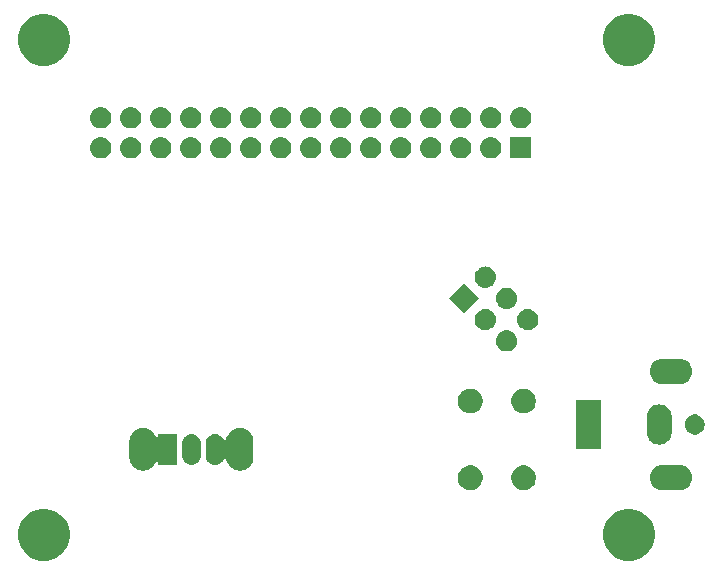
<source format=gbs>
G04 #@! TF.GenerationSoftware,KiCad,Pcbnew,(6.0.0-rc1-dev-1030-g80d50d98b)*
G04 #@! TF.CreationDate,2018-11-12T11:24:30-07:00*
G04 #@! TF.ProjectId,airmed_board_v1.0,6169726D65645F626F6172645F76312E,rev?*
G04 #@! TF.SameCoordinates,Original*
G04 #@! TF.FileFunction,Soldermask,Bot*
G04 #@! TF.FilePolarity,Negative*
%FSLAX46Y46*%
G04 Gerber Fmt 4.6, Leading zero omitted, Abs format (unit mm)*
G04 Created by KiCad (PCBNEW (6.0.0-rc1-dev-1030-g80d50d98b)) date Monday, November 12, 2018 at 11:24:30 AM*
%MOMM*%
%LPD*%
G01*
G04 APERTURE LIST*
%ADD10C,0.100000*%
G04 APERTURE END LIST*
D10*
G36*
X170902006Y-111763582D02*
X171302565Y-111929499D01*
X171663059Y-112170373D01*
X171969627Y-112476941D01*
X172210501Y-112837435D01*
X172376418Y-113237994D01*
X172461000Y-113663219D01*
X172461000Y-114096781D01*
X172376418Y-114522006D01*
X172210501Y-114922565D01*
X171969627Y-115283059D01*
X171663059Y-115589627D01*
X171302565Y-115830501D01*
X170902006Y-115996418D01*
X170476781Y-116081000D01*
X170043219Y-116081000D01*
X169617994Y-115996418D01*
X169217435Y-115830501D01*
X168856941Y-115589627D01*
X168550373Y-115283059D01*
X168309499Y-114922565D01*
X168143582Y-114522006D01*
X168059000Y-114096781D01*
X168059000Y-113663219D01*
X168143582Y-113237994D01*
X168309499Y-112837435D01*
X168550373Y-112476941D01*
X168856941Y-112170373D01*
X169217435Y-111929499D01*
X169617994Y-111763582D01*
X170043219Y-111679000D01*
X170476781Y-111679000D01*
X170902006Y-111763582D01*
X170902006Y-111763582D01*
G37*
G36*
X121372006Y-111763582D02*
X121772565Y-111929499D01*
X122133059Y-112170373D01*
X122439627Y-112476941D01*
X122680501Y-112837435D01*
X122846418Y-113237994D01*
X122931000Y-113663219D01*
X122931000Y-114096781D01*
X122846418Y-114522006D01*
X122680501Y-114922565D01*
X122439627Y-115283059D01*
X122133059Y-115589627D01*
X121772565Y-115830501D01*
X121372006Y-115996418D01*
X120946781Y-116081000D01*
X120513219Y-116081000D01*
X120087994Y-115996418D01*
X119687435Y-115830501D01*
X119326941Y-115589627D01*
X119020373Y-115283059D01*
X118779499Y-114922565D01*
X118613582Y-114522006D01*
X118529000Y-114096781D01*
X118529000Y-113663219D01*
X118613582Y-113237994D01*
X118779499Y-112837435D01*
X119020373Y-112476941D01*
X119326941Y-112170373D01*
X119687435Y-111929499D01*
X120087994Y-111763582D01*
X120513219Y-111679000D01*
X120946781Y-111679000D01*
X121372006Y-111763582D01*
X121372006Y-111763582D01*
G37*
G36*
X157155365Y-108043389D02*
X157346634Y-108122615D01*
X157518776Y-108237637D01*
X157665163Y-108384024D01*
X157780185Y-108556166D01*
X157859411Y-108747435D01*
X157899800Y-108950484D01*
X157899800Y-109157516D01*
X157859411Y-109360565D01*
X157780185Y-109551834D01*
X157665163Y-109723976D01*
X157518776Y-109870363D01*
X157346634Y-109985385D01*
X157155365Y-110064611D01*
X156952316Y-110105000D01*
X156745284Y-110105000D01*
X156542235Y-110064611D01*
X156350966Y-109985385D01*
X156178824Y-109870363D01*
X156032437Y-109723976D01*
X155917415Y-109551834D01*
X155838189Y-109360565D01*
X155797800Y-109157516D01*
X155797800Y-108950484D01*
X155838189Y-108747435D01*
X155917415Y-108556166D01*
X156032437Y-108384024D01*
X156178824Y-108237637D01*
X156350966Y-108122615D01*
X156542235Y-108043389D01*
X156745284Y-108003000D01*
X156952316Y-108003000D01*
X157155365Y-108043389D01*
X157155365Y-108043389D01*
G37*
G36*
X161655365Y-108043389D02*
X161846634Y-108122615D01*
X162018776Y-108237637D01*
X162165163Y-108384024D01*
X162280185Y-108556166D01*
X162359411Y-108747435D01*
X162399800Y-108950484D01*
X162399800Y-109157516D01*
X162359411Y-109360565D01*
X162280185Y-109551834D01*
X162165163Y-109723976D01*
X162018776Y-109870363D01*
X161846634Y-109985385D01*
X161655365Y-110064611D01*
X161452316Y-110105000D01*
X161245284Y-110105000D01*
X161042235Y-110064611D01*
X160850966Y-109985385D01*
X160678824Y-109870363D01*
X160532437Y-109723976D01*
X160417415Y-109551834D01*
X160338189Y-109360565D01*
X160297800Y-109157516D01*
X160297800Y-108950484D01*
X160338189Y-108747435D01*
X160417415Y-108556166D01*
X160532437Y-108384024D01*
X160678824Y-108237637D01*
X160850966Y-108122615D01*
X161042235Y-108043389D01*
X161245284Y-108003000D01*
X161452316Y-108003000D01*
X161655365Y-108043389D01*
X161655365Y-108043389D01*
G37*
G36*
X174663510Y-107997541D02*
X174787032Y-108009707D01*
X174985146Y-108069805D01*
X175167729Y-108167397D01*
X175327765Y-108298735D01*
X175459103Y-108458771D01*
X175556695Y-108641354D01*
X175616793Y-108839468D01*
X175637085Y-109045500D01*
X175616793Y-109251532D01*
X175556695Y-109449646D01*
X175459103Y-109632229D01*
X175327765Y-109792265D01*
X175167729Y-109923603D01*
X174985146Y-110021195D01*
X174787032Y-110081293D01*
X174663510Y-110093459D01*
X174632631Y-110096500D01*
X173029369Y-110096500D01*
X172998490Y-110093459D01*
X172874968Y-110081293D01*
X172676854Y-110021195D01*
X172494271Y-109923603D01*
X172334235Y-109792265D01*
X172202897Y-109632229D01*
X172105305Y-109449646D01*
X172045207Y-109251532D01*
X172024915Y-109045500D01*
X172045207Y-108839468D01*
X172105305Y-108641354D01*
X172202897Y-108458771D01*
X172334235Y-108298735D01*
X172494271Y-108167397D01*
X172676854Y-108069805D01*
X172874968Y-108009707D01*
X172998490Y-107997541D01*
X173029369Y-107994500D01*
X174632631Y-107994500D01*
X174663510Y-107997541D01*
X174663510Y-107997541D01*
G37*
G36*
X137558534Y-104869354D02*
X137775499Y-104935170D01*
X137775501Y-104935171D01*
X137775504Y-104935172D01*
X137975455Y-105042047D01*
X138150718Y-105185882D01*
X138294553Y-105361144D01*
X138401428Y-105561095D01*
X138401428Y-105561096D01*
X138401430Y-105561100D01*
X138467246Y-105778065D01*
X138483900Y-105947157D01*
X138483900Y-107360243D01*
X138467246Y-107529335D01*
X138407660Y-107725762D01*
X138401428Y-107746305D01*
X138294553Y-107946256D01*
X138150718Y-108121518D01*
X137975456Y-108265353D01*
X137775505Y-108372228D01*
X137775502Y-108372229D01*
X137775500Y-108372230D01*
X137558535Y-108438046D01*
X137332900Y-108460269D01*
X137107266Y-108438046D01*
X136890301Y-108372230D01*
X136890299Y-108372229D01*
X136890296Y-108372228D01*
X136690345Y-108265353D01*
X136515083Y-108121518D01*
X136371249Y-107946257D01*
X136264371Y-107746302D01*
X136257252Y-107722833D01*
X136198554Y-107529335D01*
X136197911Y-107527215D01*
X136193991Y-107507503D01*
X136184613Y-107484864D01*
X136171000Y-107464489D01*
X136153672Y-107447162D01*
X136133298Y-107433548D01*
X136110659Y-107424171D01*
X136086626Y-107419390D01*
X136062121Y-107419390D01*
X136038088Y-107424170D01*
X136015449Y-107433548D01*
X135995074Y-107447161D01*
X135977747Y-107464489D01*
X135964133Y-107484864D01*
X135902130Y-107600865D01*
X135802033Y-107722833D01*
X135680065Y-107822930D01*
X135540912Y-107897308D01*
X135389925Y-107943110D01*
X135232900Y-107958575D01*
X135075876Y-107943110D01*
X134924889Y-107897308D01*
X134785736Y-107822930D01*
X134663768Y-107722833D01*
X134563671Y-107600865D01*
X134489293Y-107461712D01*
X134443491Y-107310725D01*
X134431901Y-107193046D01*
X134431900Y-106114355D01*
X134443490Y-105996676D01*
X134489292Y-105845689D01*
X134563668Y-105706539D01*
X134613719Y-105645552D01*
X134663767Y-105584567D01*
X134663769Y-105584566D01*
X134663770Y-105584564D01*
X134785735Y-105484470D01*
X134924888Y-105410092D01*
X135075875Y-105364290D01*
X135232900Y-105348825D01*
X135389924Y-105364290D01*
X135540911Y-105410092D01*
X135680061Y-105484468D01*
X135705691Y-105505502D01*
X135802033Y-105584567D01*
X135802034Y-105584569D01*
X135802036Y-105584570D01*
X135902130Y-105706535D01*
X135964133Y-105822536D01*
X135977746Y-105842911D01*
X135995074Y-105860238D01*
X136015448Y-105873852D01*
X136038087Y-105883229D01*
X136062120Y-105888010D01*
X136086625Y-105888010D01*
X136110658Y-105883230D01*
X136133297Y-105873852D01*
X136153672Y-105860239D01*
X136170999Y-105842911D01*
X136184613Y-105822537D01*
X136193990Y-105799898D01*
X136197911Y-105780188D01*
X136198554Y-105778068D01*
X136198554Y-105778066D01*
X136264370Y-105561101D01*
X136264371Y-105561099D01*
X136264372Y-105561096D01*
X136371247Y-105361145D01*
X136515082Y-105185882D01*
X136690344Y-105042047D01*
X136890295Y-104935172D01*
X136890298Y-104935171D01*
X136890300Y-104935170D01*
X137107265Y-104869354D01*
X137332900Y-104847131D01*
X137558534Y-104869354D01*
X137558534Y-104869354D01*
G37*
G36*
X129358534Y-104869354D02*
X129575499Y-104935170D01*
X129575501Y-104935171D01*
X129575504Y-104935172D01*
X129775455Y-105042047D01*
X129950718Y-105185882D01*
X130094553Y-105361144D01*
X130196660Y-105552174D01*
X130210274Y-105572549D01*
X130227601Y-105589876D01*
X130247975Y-105603490D01*
X130270614Y-105612867D01*
X130294648Y-105617648D01*
X130319152Y-105617648D01*
X130343185Y-105612868D01*
X130365824Y-105603490D01*
X130386199Y-105589876D01*
X130403526Y-105572549D01*
X130417140Y-105552175D01*
X130426517Y-105529536D01*
X130431298Y-105505502D01*
X130431900Y-105493250D01*
X130431900Y-105352700D01*
X132033900Y-105352700D01*
X132033900Y-107954700D01*
X130431900Y-107954700D01*
X130431900Y-107814150D01*
X130429498Y-107789764D01*
X130422385Y-107766315D01*
X130410834Y-107744704D01*
X130395288Y-107725762D01*
X130376346Y-107710216D01*
X130354735Y-107698665D01*
X130331286Y-107691552D01*
X130306900Y-107689150D01*
X130282514Y-107691552D01*
X130259065Y-107698665D01*
X130237454Y-107710216D01*
X130218512Y-107725762D01*
X130202966Y-107744704D01*
X130196660Y-107755226D01*
X130094553Y-107946256D01*
X129950718Y-108121518D01*
X129775456Y-108265353D01*
X129575505Y-108372228D01*
X129575502Y-108372229D01*
X129575500Y-108372230D01*
X129358535Y-108438046D01*
X129132900Y-108460269D01*
X128907266Y-108438046D01*
X128690301Y-108372230D01*
X128690299Y-108372229D01*
X128690296Y-108372228D01*
X128490345Y-108265353D01*
X128315083Y-108121518D01*
X128171249Y-107946257D01*
X128064371Y-107746302D01*
X128058140Y-107725762D01*
X127998554Y-107529335D01*
X127981900Y-107360243D01*
X127981900Y-105947158D01*
X127998554Y-105778066D01*
X128064370Y-105561101D01*
X128064371Y-105561099D01*
X128064372Y-105561096D01*
X128171247Y-105361145D01*
X128315082Y-105185882D01*
X128490344Y-105042047D01*
X128690295Y-104935172D01*
X128690298Y-104935171D01*
X128690300Y-104935170D01*
X128907265Y-104869354D01*
X129132900Y-104847131D01*
X129358534Y-104869354D01*
X129358534Y-104869354D01*
G37*
G36*
X133389924Y-105364290D02*
X133540911Y-105410092D01*
X133680061Y-105484468D01*
X133705691Y-105505502D01*
X133802033Y-105584567D01*
X133802034Y-105584569D01*
X133802036Y-105584570D01*
X133902130Y-105706535D01*
X133976508Y-105845688D01*
X134022310Y-105996675D01*
X134033900Y-106114354D01*
X134033900Y-107193046D01*
X134022310Y-107310725D01*
X133976508Y-107461712D01*
X133902130Y-107600865D01*
X133802033Y-107722833D01*
X133680065Y-107822930D01*
X133540912Y-107897308D01*
X133389925Y-107943110D01*
X133232900Y-107958575D01*
X133075876Y-107943110D01*
X132924889Y-107897308D01*
X132785736Y-107822930D01*
X132663768Y-107722833D01*
X132563671Y-107600865D01*
X132489293Y-107461712D01*
X132443491Y-107310725D01*
X132431901Y-107193046D01*
X132431900Y-106114355D01*
X132443490Y-105996676D01*
X132489292Y-105845689D01*
X132563668Y-105706539D01*
X132613719Y-105645552D01*
X132663767Y-105584567D01*
X132663769Y-105584566D01*
X132663770Y-105584564D01*
X132785735Y-105484470D01*
X132924888Y-105410092D01*
X133075875Y-105364290D01*
X133232900Y-105348825D01*
X133389924Y-105364290D01*
X133389924Y-105364290D01*
G37*
G36*
X167882000Y-106596500D02*
X165780000Y-106596500D01*
X165780000Y-102494500D01*
X167882000Y-102494500D01*
X167882000Y-106596500D01*
X167882000Y-106596500D01*
G37*
G36*
X173037031Y-102859707D02*
X173235145Y-102919805D01*
X173417729Y-103017397D01*
X173577765Y-103148735D01*
X173577766Y-103148737D01*
X173577768Y-103148738D01*
X173639511Y-103223973D01*
X173709103Y-103308771D01*
X173806695Y-103491354D01*
X173866793Y-103689468D01*
X173882000Y-103843870D01*
X173882000Y-105247130D01*
X173866793Y-105401532D01*
X173806695Y-105599646D01*
X173709103Y-105782229D01*
X173577765Y-105942265D01*
X173417729Y-106073603D01*
X173235146Y-106171195D01*
X173037032Y-106231293D01*
X172831000Y-106251585D01*
X172624969Y-106231293D01*
X172426855Y-106171195D01*
X172244272Y-106073603D01*
X172084236Y-105942265D01*
X172002698Y-105842911D01*
X171952899Y-105782231D01*
X171855306Y-105599648D01*
X171795207Y-105401528D01*
X171780000Y-105247131D01*
X171780000Y-103843870D01*
X171785172Y-103791354D01*
X171795207Y-103689469D01*
X171855305Y-103491355D01*
X171858497Y-103485384D01*
X171919976Y-103370363D01*
X171952897Y-103308771D01*
X172084235Y-103148735D01*
X172084237Y-103148734D01*
X172084238Y-103148732D01*
X172244269Y-103017399D01*
X172244271Y-103017397D01*
X172426854Y-102919805D01*
X172624968Y-102859707D01*
X172831000Y-102839415D01*
X173037031Y-102859707D01*
X173037031Y-102859707D01*
G37*
G36*
X176079228Y-103727203D02*
X176234100Y-103791353D01*
X176373481Y-103884485D01*
X176492015Y-104003019D01*
X176585147Y-104142400D01*
X176649297Y-104297272D01*
X176682000Y-104461684D01*
X176682000Y-104629316D01*
X176649297Y-104793728D01*
X176585147Y-104948600D01*
X176492015Y-105087981D01*
X176373481Y-105206515D01*
X176234100Y-105299647D01*
X176079228Y-105363797D01*
X175914816Y-105396500D01*
X175747184Y-105396500D01*
X175582772Y-105363797D01*
X175427900Y-105299647D01*
X175288519Y-105206515D01*
X175169985Y-105087981D01*
X175076853Y-104948600D01*
X175012703Y-104793728D01*
X174980000Y-104629316D01*
X174980000Y-104461684D01*
X175012703Y-104297272D01*
X175076853Y-104142400D01*
X175169985Y-104003019D01*
X175288519Y-103884485D01*
X175427900Y-103791353D01*
X175582772Y-103727203D01*
X175747184Y-103694500D01*
X175914816Y-103694500D01*
X176079228Y-103727203D01*
X176079228Y-103727203D01*
G37*
G36*
X161655365Y-101543389D02*
X161846634Y-101622615D01*
X162018776Y-101737637D01*
X162165163Y-101884024D01*
X162280185Y-102056166D01*
X162359411Y-102247435D01*
X162399800Y-102450484D01*
X162399800Y-102657516D01*
X162359411Y-102860565D01*
X162280185Y-103051834D01*
X162165163Y-103223976D01*
X162018776Y-103370363D01*
X161846634Y-103485385D01*
X161655365Y-103564611D01*
X161452316Y-103605000D01*
X161245284Y-103605000D01*
X161042235Y-103564611D01*
X160850966Y-103485385D01*
X160678824Y-103370363D01*
X160532437Y-103223976D01*
X160417415Y-103051834D01*
X160338189Y-102860565D01*
X160297800Y-102657516D01*
X160297800Y-102450484D01*
X160338189Y-102247435D01*
X160417415Y-102056166D01*
X160532437Y-101884024D01*
X160678824Y-101737637D01*
X160850966Y-101622615D01*
X161042235Y-101543389D01*
X161245284Y-101503000D01*
X161452316Y-101503000D01*
X161655365Y-101543389D01*
X161655365Y-101543389D01*
G37*
G36*
X157155365Y-101543389D02*
X157346634Y-101622615D01*
X157518776Y-101737637D01*
X157665163Y-101884024D01*
X157780185Y-102056166D01*
X157859411Y-102247435D01*
X157899800Y-102450484D01*
X157899800Y-102657516D01*
X157859411Y-102860565D01*
X157780185Y-103051834D01*
X157665163Y-103223976D01*
X157518776Y-103370363D01*
X157346634Y-103485385D01*
X157155365Y-103564611D01*
X156952316Y-103605000D01*
X156745284Y-103605000D01*
X156542235Y-103564611D01*
X156350966Y-103485385D01*
X156178824Y-103370363D01*
X156032437Y-103223976D01*
X155917415Y-103051834D01*
X155838189Y-102860565D01*
X155797800Y-102657516D01*
X155797800Y-102450484D01*
X155838189Y-102247435D01*
X155917415Y-102056166D01*
X156032437Y-101884024D01*
X156178824Y-101737637D01*
X156350966Y-101622615D01*
X156542235Y-101543389D01*
X156745284Y-101503000D01*
X156952316Y-101503000D01*
X157155365Y-101543389D01*
X157155365Y-101543389D01*
G37*
G36*
X174663510Y-98997541D02*
X174787032Y-99009707D01*
X174985146Y-99069805D01*
X175167729Y-99167397D01*
X175327765Y-99298735D01*
X175459103Y-99458771D01*
X175556695Y-99641354D01*
X175616793Y-99839468D01*
X175637085Y-100045500D01*
X175616793Y-100251532D01*
X175556695Y-100449646D01*
X175459103Y-100632229D01*
X175327765Y-100792265D01*
X175167729Y-100923603D01*
X174985146Y-101021195D01*
X174787032Y-101081293D01*
X174663510Y-101093459D01*
X174632631Y-101096500D01*
X173029369Y-101096500D01*
X172998490Y-101093459D01*
X172874968Y-101081293D01*
X172676854Y-101021195D01*
X172494271Y-100923603D01*
X172334235Y-100792265D01*
X172202897Y-100632229D01*
X172105305Y-100449646D01*
X172045207Y-100251532D01*
X172024915Y-100045500D01*
X172045207Y-99839468D01*
X172105305Y-99641354D01*
X172202897Y-99458771D01*
X172334235Y-99298735D01*
X172494271Y-99167397D01*
X172676854Y-99069805D01*
X172874968Y-99009707D01*
X172998490Y-98997541D01*
X173029369Y-98994500D01*
X174632631Y-98994500D01*
X174663510Y-98997541D01*
X174663510Y-98997541D01*
G37*
G36*
X160012162Y-96561851D02*
X160084129Y-96568939D01*
X160197355Y-96603286D01*
X160253969Y-96620459D01*
X160392589Y-96694554D01*
X160410493Y-96704124D01*
X160446231Y-96733454D01*
X160547688Y-96816716D01*
X160630950Y-96918173D01*
X160660280Y-96953911D01*
X160660281Y-96953913D01*
X160743945Y-97110435D01*
X160743945Y-97110436D01*
X160795465Y-97280275D01*
X160812861Y-97456902D01*
X160795465Y-97633529D01*
X160761118Y-97746755D01*
X160743945Y-97803369D01*
X160669850Y-97941989D01*
X160660280Y-97959893D01*
X160630950Y-97995631D01*
X160547688Y-98097088D01*
X160446231Y-98180350D01*
X160410493Y-98209680D01*
X160410491Y-98209681D01*
X160253969Y-98293345D01*
X160197355Y-98310518D01*
X160084129Y-98344865D01*
X160017944Y-98351384D01*
X159951762Y-98357902D01*
X159863242Y-98357902D01*
X159797060Y-98351384D01*
X159730875Y-98344865D01*
X159617649Y-98310518D01*
X159561035Y-98293345D01*
X159404513Y-98209681D01*
X159404511Y-98209680D01*
X159368773Y-98180350D01*
X159267316Y-98097088D01*
X159184054Y-97995631D01*
X159154724Y-97959893D01*
X159145154Y-97941989D01*
X159071059Y-97803369D01*
X159053886Y-97746755D01*
X159019539Y-97633529D01*
X159002143Y-97456902D01*
X159019539Y-97280275D01*
X159071059Y-97110436D01*
X159071059Y-97110435D01*
X159154723Y-96953913D01*
X159154724Y-96953911D01*
X159184054Y-96918173D01*
X159267316Y-96816716D01*
X159368773Y-96733454D01*
X159404511Y-96704124D01*
X159422415Y-96694554D01*
X159561035Y-96620459D01*
X159617649Y-96603286D01*
X159730875Y-96568939D01*
X159802842Y-96561851D01*
X159863242Y-96555902D01*
X159951762Y-96555902D01*
X160012162Y-96561851D01*
X160012162Y-96561851D01*
G37*
G36*
X161808214Y-94765800D02*
X161880181Y-94772888D01*
X161993407Y-94807235D01*
X162050021Y-94824408D01*
X162188641Y-94898503D01*
X162206545Y-94908073D01*
X162242283Y-94937403D01*
X162343740Y-95020665D01*
X162427002Y-95122122D01*
X162456332Y-95157860D01*
X162456333Y-95157862D01*
X162539997Y-95314384D01*
X162539997Y-95314385D01*
X162591517Y-95484224D01*
X162608913Y-95660851D01*
X162591517Y-95837478D01*
X162557170Y-95950704D01*
X162539997Y-96007318D01*
X162465902Y-96145938D01*
X162456332Y-96163842D01*
X162427002Y-96199580D01*
X162343740Y-96301037D01*
X162242283Y-96384299D01*
X162206545Y-96413629D01*
X162206543Y-96413630D01*
X162050021Y-96497294D01*
X161993407Y-96514467D01*
X161880181Y-96548814D01*
X161813997Y-96555332D01*
X161747814Y-96561851D01*
X161659294Y-96561851D01*
X161593111Y-96555332D01*
X161526927Y-96548814D01*
X161413701Y-96514467D01*
X161357087Y-96497294D01*
X161200565Y-96413630D01*
X161200563Y-96413629D01*
X161164825Y-96384299D01*
X161063368Y-96301037D01*
X160980106Y-96199580D01*
X160950776Y-96163842D01*
X160941206Y-96145938D01*
X160867111Y-96007318D01*
X160849938Y-95950704D01*
X160815591Y-95837478D01*
X160798195Y-95660851D01*
X160815591Y-95484224D01*
X160867111Y-95314385D01*
X160867111Y-95314384D01*
X160950775Y-95157862D01*
X160950776Y-95157860D01*
X160980106Y-95122122D01*
X161063368Y-95020665D01*
X161164825Y-94937403D01*
X161200563Y-94908073D01*
X161218467Y-94898503D01*
X161357087Y-94824408D01*
X161413701Y-94807235D01*
X161526927Y-94772888D01*
X161598894Y-94765800D01*
X161659294Y-94759851D01*
X161747814Y-94759851D01*
X161808214Y-94765800D01*
X161808214Y-94765800D01*
G37*
G36*
X158216111Y-94765800D02*
X158288078Y-94772888D01*
X158401304Y-94807235D01*
X158457918Y-94824408D01*
X158596538Y-94898503D01*
X158614442Y-94908073D01*
X158650180Y-94937403D01*
X158751637Y-95020665D01*
X158834899Y-95122122D01*
X158864229Y-95157860D01*
X158864230Y-95157862D01*
X158947894Y-95314384D01*
X158947894Y-95314385D01*
X158999414Y-95484224D01*
X159016810Y-95660851D01*
X158999414Y-95837478D01*
X158965067Y-95950704D01*
X158947894Y-96007318D01*
X158873799Y-96145938D01*
X158864229Y-96163842D01*
X158834899Y-96199580D01*
X158751637Y-96301037D01*
X158650180Y-96384299D01*
X158614442Y-96413629D01*
X158614440Y-96413630D01*
X158457918Y-96497294D01*
X158401304Y-96514467D01*
X158288078Y-96548814D01*
X158221894Y-96555332D01*
X158155711Y-96561851D01*
X158067191Y-96561851D01*
X158001008Y-96555332D01*
X157934824Y-96548814D01*
X157821598Y-96514467D01*
X157764984Y-96497294D01*
X157608462Y-96413630D01*
X157608460Y-96413629D01*
X157572722Y-96384299D01*
X157471265Y-96301037D01*
X157388003Y-96199580D01*
X157358673Y-96163842D01*
X157349103Y-96145938D01*
X157275008Y-96007318D01*
X157257835Y-95950704D01*
X157223488Y-95837478D01*
X157206092Y-95660851D01*
X157223488Y-95484224D01*
X157275008Y-95314385D01*
X157275008Y-95314384D01*
X157358672Y-95157862D01*
X157358673Y-95157860D01*
X157388003Y-95122122D01*
X157471265Y-95020665D01*
X157572722Y-94937403D01*
X157608460Y-94908073D01*
X157626364Y-94898503D01*
X157764984Y-94824408D01*
X157821598Y-94807235D01*
X157934824Y-94772888D01*
X158006791Y-94765800D01*
X158067191Y-94759851D01*
X158155711Y-94759851D01*
X158216111Y-94765800D01*
X158216111Y-94765800D01*
G37*
G36*
X157589607Y-93864800D02*
X156315400Y-95139007D01*
X155041193Y-93864800D01*
X156315400Y-92590593D01*
X157589607Y-93864800D01*
X157589607Y-93864800D01*
G37*
G36*
X160012162Y-92969749D02*
X160084129Y-92976837D01*
X160197355Y-93011184D01*
X160253969Y-93028357D01*
X160392589Y-93102452D01*
X160410493Y-93112022D01*
X160446231Y-93141352D01*
X160547688Y-93224614D01*
X160630950Y-93326071D01*
X160660280Y-93361809D01*
X160660281Y-93361811D01*
X160743945Y-93518333D01*
X160743945Y-93518334D01*
X160795465Y-93688173D01*
X160812861Y-93864800D01*
X160795465Y-94041427D01*
X160761118Y-94154653D01*
X160743945Y-94211267D01*
X160669850Y-94349887D01*
X160660280Y-94367791D01*
X160630950Y-94403529D01*
X160547688Y-94504986D01*
X160446231Y-94588248D01*
X160410493Y-94617578D01*
X160410491Y-94617579D01*
X160253969Y-94701243D01*
X160197355Y-94718416D01*
X160084129Y-94752763D01*
X160017944Y-94759282D01*
X159951762Y-94765800D01*
X159863242Y-94765800D01*
X159797060Y-94759282D01*
X159730875Y-94752763D01*
X159617649Y-94718416D01*
X159561035Y-94701243D01*
X159404513Y-94617579D01*
X159404511Y-94617578D01*
X159368773Y-94588248D01*
X159267316Y-94504986D01*
X159184054Y-94403529D01*
X159154724Y-94367791D01*
X159145154Y-94349887D01*
X159071059Y-94211267D01*
X159053886Y-94154653D01*
X159019539Y-94041427D01*
X159002143Y-93864800D01*
X159019539Y-93688173D01*
X159071059Y-93518334D01*
X159071059Y-93518333D01*
X159154723Y-93361811D01*
X159154724Y-93361809D01*
X159184054Y-93326071D01*
X159267316Y-93224614D01*
X159368773Y-93141352D01*
X159404511Y-93112022D01*
X159422415Y-93102452D01*
X159561035Y-93028357D01*
X159617649Y-93011184D01*
X159730875Y-92976837D01*
X159802842Y-92969749D01*
X159863242Y-92963800D01*
X159951762Y-92963800D01*
X160012162Y-92969749D01*
X160012162Y-92969749D01*
G37*
G36*
X158221893Y-91174267D02*
X158288078Y-91180786D01*
X158401304Y-91215133D01*
X158457918Y-91232306D01*
X158596538Y-91306401D01*
X158614442Y-91315971D01*
X158650180Y-91345301D01*
X158751637Y-91428563D01*
X158834899Y-91530020D01*
X158864229Y-91565758D01*
X158864230Y-91565760D01*
X158947894Y-91722282D01*
X158947894Y-91722283D01*
X158999414Y-91892122D01*
X159016810Y-92068749D01*
X158999414Y-92245376D01*
X158965067Y-92358602D01*
X158947894Y-92415216D01*
X158873799Y-92553836D01*
X158864229Y-92571740D01*
X158848756Y-92590594D01*
X158751637Y-92708935D01*
X158650180Y-92792197D01*
X158614442Y-92821527D01*
X158614440Y-92821528D01*
X158457918Y-92905192D01*
X158401304Y-92922365D01*
X158288078Y-92956712D01*
X158221893Y-92963231D01*
X158155711Y-92969749D01*
X158067191Y-92969749D01*
X158001008Y-92963230D01*
X157934824Y-92956712D01*
X157821598Y-92922365D01*
X157764984Y-92905192D01*
X157608462Y-92821528D01*
X157608460Y-92821527D01*
X157572722Y-92792197D01*
X157471265Y-92708935D01*
X157374146Y-92590594D01*
X157358673Y-92571740D01*
X157349103Y-92553836D01*
X157275008Y-92415216D01*
X157257835Y-92358602D01*
X157223488Y-92245376D01*
X157206092Y-92068749D01*
X157223488Y-91892122D01*
X157275008Y-91722283D01*
X157275008Y-91722282D01*
X157358672Y-91565760D01*
X157358673Y-91565758D01*
X157388003Y-91530020D01*
X157471265Y-91428563D01*
X157572722Y-91345301D01*
X157608460Y-91315971D01*
X157626364Y-91306401D01*
X157764984Y-91232306D01*
X157821598Y-91215133D01*
X157934824Y-91180786D01*
X158001008Y-91174268D01*
X158067191Y-91167749D01*
X158155711Y-91167749D01*
X158221893Y-91174267D01*
X158221893Y-91174267D01*
G37*
G36*
X143446443Y-80219519D02*
X143512627Y-80226037D01*
X143625853Y-80260384D01*
X143682467Y-80277557D01*
X143821087Y-80351652D01*
X143838991Y-80361222D01*
X143874729Y-80390552D01*
X143976186Y-80473814D01*
X144059448Y-80575271D01*
X144088778Y-80611009D01*
X144088779Y-80611011D01*
X144172443Y-80767533D01*
X144172443Y-80767534D01*
X144223963Y-80937373D01*
X144241359Y-81114000D01*
X144223963Y-81290627D01*
X144189616Y-81403853D01*
X144172443Y-81460467D01*
X144098348Y-81599087D01*
X144088778Y-81616991D01*
X144059448Y-81652729D01*
X143976186Y-81754186D01*
X143874729Y-81837448D01*
X143838991Y-81866778D01*
X143838989Y-81866779D01*
X143682467Y-81950443D01*
X143625853Y-81967616D01*
X143512627Y-82001963D01*
X143446442Y-82008482D01*
X143380260Y-82015000D01*
X143291740Y-82015000D01*
X143225558Y-82008482D01*
X143159373Y-82001963D01*
X143046147Y-81967616D01*
X142989533Y-81950443D01*
X142833011Y-81866779D01*
X142833009Y-81866778D01*
X142797271Y-81837448D01*
X142695814Y-81754186D01*
X142612552Y-81652729D01*
X142583222Y-81616991D01*
X142573652Y-81599087D01*
X142499557Y-81460467D01*
X142482384Y-81403853D01*
X142448037Y-81290627D01*
X142430641Y-81114000D01*
X142448037Y-80937373D01*
X142499557Y-80767534D01*
X142499557Y-80767533D01*
X142583221Y-80611011D01*
X142583222Y-80611009D01*
X142612552Y-80575271D01*
X142695814Y-80473814D01*
X142797271Y-80390552D01*
X142833009Y-80361222D01*
X142850913Y-80351652D01*
X142989533Y-80277557D01*
X143046147Y-80260384D01*
X143159373Y-80226037D01*
X143225557Y-80219519D01*
X143291740Y-80213000D01*
X143380260Y-80213000D01*
X143446443Y-80219519D01*
X143446443Y-80219519D01*
G37*
G36*
X162017000Y-82015000D02*
X160215000Y-82015000D01*
X160215000Y-80213000D01*
X162017000Y-80213000D01*
X162017000Y-82015000D01*
X162017000Y-82015000D01*
G37*
G36*
X158686443Y-80219519D02*
X158752627Y-80226037D01*
X158865853Y-80260384D01*
X158922467Y-80277557D01*
X159061087Y-80351652D01*
X159078991Y-80361222D01*
X159114729Y-80390552D01*
X159216186Y-80473814D01*
X159299448Y-80575271D01*
X159328778Y-80611009D01*
X159328779Y-80611011D01*
X159412443Y-80767533D01*
X159412443Y-80767534D01*
X159463963Y-80937373D01*
X159481359Y-81114000D01*
X159463963Y-81290627D01*
X159429616Y-81403853D01*
X159412443Y-81460467D01*
X159338348Y-81599087D01*
X159328778Y-81616991D01*
X159299448Y-81652729D01*
X159216186Y-81754186D01*
X159114729Y-81837448D01*
X159078991Y-81866778D01*
X159078989Y-81866779D01*
X158922467Y-81950443D01*
X158865853Y-81967616D01*
X158752627Y-82001963D01*
X158686442Y-82008482D01*
X158620260Y-82015000D01*
X158531740Y-82015000D01*
X158465558Y-82008482D01*
X158399373Y-82001963D01*
X158286147Y-81967616D01*
X158229533Y-81950443D01*
X158073011Y-81866779D01*
X158073009Y-81866778D01*
X158037271Y-81837448D01*
X157935814Y-81754186D01*
X157852552Y-81652729D01*
X157823222Y-81616991D01*
X157813652Y-81599087D01*
X157739557Y-81460467D01*
X157722384Y-81403853D01*
X157688037Y-81290627D01*
X157670641Y-81114000D01*
X157688037Y-80937373D01*
X157739557Y-80767534D01*
X157739557Y-80767533D01*
X157823221Y-80611011D01*
X157823222Y-80611009D01*
X157852552Y-80575271D01*
X157935814Y-80473814D01*
X158037271Y-80390552D01*
X158073009Y-80361222D01*
X158090913Y-80351652D01*
X158229533Y-80277557D01*
X158286147Y-80260384D01*
X158399373Y-80226037D01*
X158465557Y-80219519D01*
X158531740Y-80213000D01*
X158620260Y-80213000D01*
X158686443Y-80219519D01*
X158686443Y-80219519D01*
G37*
G36*
X156146443Y-80219519D02*
X156212627Y-80226037D01*
X156325853Y-80260384D01*
X156382467Y-80277557D01*
X156521087Y-80351652D01*
X156538991Y-80361222D01*
X156574729Y-80390552D01*
X156676186Y-80473814D01*
X156759448Y-80575271D01*
X156788778Y-80611009D01*
X156788779Y-80611011D01*
X156872443Y-80767533D01*
X156872443Y-80767534D01*
X156923963Y-80937373D01*
X156941359Y-81114000D01*
X156923963Y-81290627D01*
X156889616Y-81403853D01*
X156872443Y-81460467D01*
X156798348Y-81599087D01*
X156788778Y-81616991D01*
X156759448Y-81652729D01*
X156676186Y-81754186D01*
X156574729Y-81837448D01*
X156538991Y-81866778D01*
X156538989Y-81866779D01*
X156382467Y-81950443D01*
X156325853Y-81967616D01*
X156212627Y-82001963D01*
X156146442Y-82008482D01*
X156080260Y-82015000D01*
X155991740Y-82015000D01*
X155925558Y-82008482D01*
X155859373Y-82001963D01*
X155746147Y-81967616D01*
X155689533Y-81950443D01*
X155533011Y-81866779D01*
X155533009Y-81866778D01*
X155497271Y-81837448D01*
X155395814Y-81754186D01*
X155312552Y-81652729D01*
X155283222Y-81616991D01*
X155273652Y-81599087D01*
X155199557Y-81460467D01*
X155182384Y-81403853D01*
X155148037Y-81290627D01*
X155130641Y-81114000D01*
X155148037Y-80937373D01*
X155199557Y-80767534D01*
X155199557Y-80767533D01*
X155283221Y-80611011D01*
X155283222Y-80611009D01*
X155312552Y-80575271D01*
X155395814Y-80473814D01*
X155497271Y-80390552D01*
X155533009Y-80361222D01*
X155550913Y-80351652D01*
X155689533Y-80277557D01*
X155746147Y-80260384D01*
X155859373Y-80226037D01*
X155925557Y-80219519D01*
X155991740Y-80213000D01*
X156080260Y-80213000D01*
X156146443Y-80219519D01*
X156146443Y-80219519D01*
G37*
G36*
X153606443Y-80219519D02*
X153672627Y-80226037D01*
X153785853Y-80260384D01*
X153842467Y-80277557D01*
X153981087Y-80351652D01*
X153998991Y-80361222D01*
X154034729Y-80390552D01*
X154136186Y-80473814D01*
X154219448Y-80575271D01*
X154248778Y-80611009D01*
X154248779Y-80611011D01*
X154332443Y-80767533D01*
X154332443Y-80767534D01*
X154383963Y-80937373D01*
X154401359Y-81114000D01*
X154383963Y-81290627D01*
X154349616Y-81403853D01*
X154332443Y-81460467D01*
X154258348Y-81599087D01*
X154248778Y-81616991D01*
X154219448Y-81652729D01*
X154136186Y-81754186D01*
X154034729Y-81837448D01*
X153998991Y-81866778D01*
X153998989Y-81866779D01*
X153842467Y-81950443D01*
X153785853Y-81967616D01*
X153672627Y-82001963D01*
X153606442Y-82008482D01*
X153540260Y-82015000D01*
X153451740Y-82015000D01*
X153385558Y-82008482D01*
X153319373Y-82001963D01*
X153206147Y-81967616D01*
X153149533Y-81950443D01*
X152993011Y-81866779D01*
X152993009Y-81866778D01*
X152957271Y-81837448D01*
X152855814Y-81754186D01*
X152772552Y-81652729D01*
X152743222Y-81616991D01*
X152733652Y-81599087D01*
X152659557Y-81460467D01*
X152642384Y-81403853D01*
X152608037Y-81290627D01*
X152590641Y-81114000D01*
X152608037Y-80937373D01*
X152659557Y-80767534D01*
X152659557Y-80767533D01*
X152743221Y-80611011D01*
X152743222Y-80611009D01*
X152772552Y-80575271D01*
X152855814Y-80473814D01*
X152957271Y-80390552D01*
X152993009Y-80361222D01*
X153010913Y-80351652D01*
X153149533Y-80277557D01*
X153206147Y-80260384D01*
X153319373Y-80226037D01*
X153385557Y-80219519D01*
X153451740Y-80213000D01*
X153540260Y-80213000D01*
X153606443Y-80219519D01*
X153606443Y-80219519D01*
G37*
G36*
X151066443Y-80219519D02*
X151132627Y-80226037D01*
X151245853Y-80260384D01*
X151302467Y-80277557D01*
X151441087Y-80351652D01*
X151458991Y-80361222D01*
X151494729Y-80390552D01*
X151596186Y-80473814D01*
X151679448Y-80575271D01*
X151708778Y-80611009D01*
X151708779Y-80611011D01*
X151792443Y-80767533D01*
X151792443Y-80767534D01*
X151843963Y-80937373D01*
X151861359Y-81114000D01*
X151843963Y-81290627D01*
X151809616Y-81403853D01*
X151792443Y-81460467D01*
X151718348Y-81599087D01*
X151708778Y-81616991D01*
X151679448Y-81652729D01*
X151596186Y-81754186D01*
X151494729Y-81837448D01*
X151458991Y-81866778D01*
X151458989Y-81866779D01*
X151302467Y-81950443D01*
X151245853Y-81967616D01*
X151132627Y-82001963D01*
X151066442Y-82008482D01*
X151000260Y-82015000D01*
X150911740Y-82015000D01*
X150845558Y-82008482D01*
X150779373Y-82001963D01*
X150666147Y-81967616D01*
X150609533Y-81950443D01*
X150453011Y-81866779D01*
X150453009Y-81866778D01*
X150417271Y-81837448D01*
X150315814Y-81754186D01*
X150232552Y-81652729D01*
X150203222Y-81616991D01*
X150193652Y-81599087D01*
X150119557Y-81460467D01*
X150102384Y-81403853D01*
X150068037Y-81290627D01*
X150050641Y-81114000D01*
X150068037Y-80937373D01*
X150119557Y-80767534D01*
X150119557Y-80767533D01*
X150203221Y-80611011D01*
X150203222Y-80611009D01*
X150232552Y-80575271D01*
X150315814Y-80473814D01*
X150417271Y-80390552D01*
X150453009Y-80361222D01*
X150470913Y-80351652D01*
X150609533Y-80277557D01*
X150666147Y-80260384D01*
X150779373Y-80226037D01*
X150845557Y-80219519D01*
X150911740Y-80213000D01*
X151000260Y-80213000D01*
X151066443Y-80219519D01*
X151066443Y-80219519D01*
G37*
G36*
X148526443Y-80219519D02*
X148592627Y-80226037D01*
X148705853Y-80260384D01*
X148762467Y-80277557D01*
X148901087Y-80351652D01*
X148918991Y-80361222D01*
X148954729Y-80390552D01*
X149056186Y-80473814D01*
X149139448Y-80575271D01*
X149168778Y-80611009D01*
X149168779Y-80611011D01*
X149252443Y-80767533D01*
X149252443Y-80767534D01*
X149303963Y-80937373D01*
X149321359Y-81114000D01*
X149303963Y-81290627D01*
X149269616Y-81403853D01*
X149252443Y-81460467D01*
X149178348Y-81599087D01*
X149168778Y-81616991D01*
X149139448Y-81652729D01*
X149056186Y-81754186D01*
X148954729Y-81837448D01*
X148918991Y-81866778D01*
X148918989Y-81866779D01*
X148762467Y-81950443D01*
X148705853Y-81967616D01*
X148592627Y-82001963D01*
X148526442Y-82008482D01*
X148460260Y-82015000D01*
X148371740Y-82015000D01*
X148305558Y-82008482D01*
X148239373Y-82001963D01*
X148126147Y-81967616D01*
X148069533Y-81950443D01*
X147913011Y-81866779D01*
X147913009Y-81866778D01*
X147877271Y-81837448D01*
X147775814Y-81754186D01*
X147692552Y-81652729D01*
X147663222Y-81616991D01*
X147653652Y-81599087D01*
X147579557Y-81460467D01*
X147562384Y-81403853D01*
X147528037Y-81290627D01*
X147510641Y-81114000D01*
X147528037Y-80937373D01*
X147579557Y-80767534D01*
X147579557Y-80767533D01*
X147663221Y-80611011D01*
X147663222Y-80611009D01*
X147692552Y-80575271D01*
X147775814Y-80473814D01*
X147877271Y-80390552D01*
X147913009Y-80361222D01*
X147930913Y-80351652D01*
X148069533Y-80277557D01*
X148126147Y-80260384D01*
X148239373Y-80226037D01*
X148305557Y-80219519D01*
X148371740Y-80213000D01*
X148460260Y-80213000D01*
X148526443Y-80219519D01*
X148526443Y-80219519D01*
G37*
G36*
X145986443Y-80219519D02*
X146052627Y-80226037D01*
X146165853Y-80260384D01*
X146222467Y-80277557D01*
X146361087Y-80351652D01*
X146378991Y-80361222D01*
X146414729Y-80390552D01*
X146516186Y-80473814D01*
X146599448Y-80575271D01*
X146628778Y-80611009D01*
X146628779Y-80611011D01*
X146712443Y-80767533D01*
X146712443Y-80767534D01*
X146763963Y-80937373D01*
X146781359Y-81114000D01*
X146763963Y-81290627D01*
X146729616Y-81403853D01*
X146712443Y-81460467D01*
X146638348Y-81599087D01*
X146628778Y-81616991D01*
X146599448Y-81652729D01*
X146516186Y-81754186D01*
X146414729Y-81837448D01*
X146378991Y-81866778D01*
X146378989Y-81866779D01*
X146222467Y-81950443D01*
X146165853Y-81967616D01*
X146052627Y-82001963D01*
X145986442Y-82008482D01*
X145920260Y-82015000D01*
X145831740Y-82015000D01*
X145765558Y-82008482D01*
X145699373Y-82001963D01*
X145586147Y-81967616D01*
X145529533Y-81950443D01*
X145373011Y-81866779D01*
X145373009Y-81866778D01*
X145337271Y-81837448D01*
X145235814Y-81754186D01*
X145152552Y-81652729D01*
X145123222Y-81616991D01*
X145113652Y-81599087D01*
X145039557Y-81460467D01*
X145022384Y-81403853D01*
X144988037Y-81290627D01*
X144970641Y-81114000D01*
X144988037Y-80937373D01*
X145039557Y-80767534D01*
X145039557Y-80767533D01*
X145123221Y-80611011D01*
X145123222Y-80611009D01*
X145152552Y-80575271D01*
X145235814Y-80473814D01*
X145337271Y-80390552D01*
X145373009Y-80361222D01*
X145390913Y-80351652D01*
X145529533Y-80277557D01*
X145586147Y-80260384D01*
X145699373Y-80226037D01*
X145765557Y-80219519D01*
X145831740Y-80213000D01*
X145920260Y-80213000D01*
X145986443Y-80219519D01*
X145986443Y-80219519D01*
G37*
G36*
X140906443Y-80219519D02*
X140972627Y-80226037D01*
X141085853Y-80260384D01*
X141142467Y-80277557D01*
X141281087Y-80351652D01*
X141298991Y-80361222D01*
X141334729Y-80390552D01*
X141436186Y-80473814D01*
X141519448Y-80575271D01*
X141548778Y-80611009D01*
X141548779Y-80611011D01*
X141632443Y-80767533D01*
X141632443Y-80767534D01*
X141683963Y-80937373D01*
X141701359Y-81114000D01*
X141683963Y-81290627D01*
X141649616Y-81403853D01*
X141632443Y-81460467D01*
X141558348Y-81599087D01*
X141548778Y-81616991D01*
X141519448Y-81652729D01*
X141436186Y-81754186D01*
X141334729Y-81837448D01*
X141298991Y-81866778D01*
X141298989Y-81866779D01*
X141142467Y-81950443D01*
X141085853Y-81967616D01*
X140972627Y-82001963D01*
X140906442Y-82008482D01*
X140840260Y-82015000D01*
X140751740Y-82015000D01*
X140685558Y-82008482D01*
X140619373Y-82001963D01*
X140506147Y-81967616D01*
X140449533Y-81950443D01*
X140293011Y-81866779D01*
X140293009Y-81866778D01*
X140257271Y-81837448D01*
X140155814Y-81754186D01*
X140072552Y-81652729D01*
X140043222Y-81616991D01*
X140033652Y-81599087D01*
X139959557Y-81460467D01*
X139942384Y-81403853D01*
X139908037Y-81290627D01*
X139890641Y-81114000D01*
X139908037Y-80937373D01*
X139959557Y-80767534D01*
X139959557Y-80767533D01*
X140043221Y-80611011D01*
X140043222Y-80611009D01*
X140072552Y-80575271D01*
X140155814Y-80473814D01*
X140257271Y-80390552D01*
X140293009Y-80361222D01*
X140310913Y-80351652D01*
X140449533Y-80277557D01*
X140506147Y-80260384D01*
X140619373Y-80226037D01*
X140685557Y-80219519D01*
X140751740Y-80213000D01*
X140840260Y-80213000D01*
X140906443Y-80219519D01*
X140906443Y-80219519D01*
G37*
G36*
X138366443Y-80219519D02*
X138432627Y-80226037D01*
X138545853Y-80260384D01*
X138602467Y-80277557D01*
X138741087Y-80351652D01*
X138758991Y-80361222D01*
X138794729Y-80390552D01*
X138896186Y-80473814D01*
X138979448Y-80575271D01*
X139008778Y-80611009D01*
X139008779Y-80611011D01*
X139092443Y-80767533D01*
X139092443Y-80767534D01*
X139143963Y-80937373D01*
X139161359Y-81114000D01*
X139143963Y-81290627D01*
X139109616Y-81403853D01*
X139092443Y-81460467D01*
X139018348Y-81599087D01*
X139008778Y-81616991D01*
X138979448Y-81652729D01*
X138896186Y-81754186D01*
X138794729Y-81837448D01*
X138758991Y-81866778D01*
X138758989Y-81866779D01*
X138602467Y-81950443D01*
X138545853Y-81967616D01*
X138432627Y-82001963D01*
X138366442Y-82008482D01*
X138300260Y-82015000D01*
X138211740Y-82015000D01*
X138145558Y-82008482D01*
X138079373Y-82001963D01*
X137966147Y-81967616D01*
X137909533Y-81950443D01*
X137753011Y-81866779D01*
X137753009Y-81866778D01*
X137717271Y-81837448D01*
X137615814Y-81754186D01*
X137532552Y-81652729D01*
X137503222Y-81616991D01*
X137493652Y-81599087D01*
X137419557Y-81460467D01*
X137402384Y-81403853D01*
X137368037Y-81290627D01*
X137350641Y-81114000D01*
X137368037Y-80937373D01*
X137419557Y-80767534D01*
X137419557Y-80767533D01*
X137503221Y-80611011D01*
X137503222Y-80611009D01*
X137532552Y-80575271D01*
X137615814Y-80473814D01*
X137717271Y-80390552D01*
X137753009Y-80361222D01*
X137770913Y-80351652D01*
X137909533Y-80277557D01*
X137966147Y-80260384D01*
X138079373Y-80226037D01*
X138145557Y-80219519D01*
X138211740Y-80213000D01*
X138300260Y-80213000D01*
X138366443Y-80219519D01*
X138366443Y-80219519D01*
G37*
G36*
X135826443Y-80219519D02*
X135892627Y-80226037D01*
X136005853Y-80260384D01*
X136062467Y-80277557D01*
X136201087Y-80351652D01*
X136218991Y-80361222D01*
X136254729Y-80390552D01*
X136356186Y-80473814D01*
X136439448Y-80575271D01*
X136468778Y-80611009D01*
X136468779Y-80611011D01*
X136552443Y-80767533D01*
X136552443Y-80767534D01*
X136603963Y-80937373D01*
X136621359Y-81114000D01*
X136603963Y-81290627D01*
X136569616Y-81403853D01*
X136552443Y-81460467D01*
X136478348Y-81599087D01*
X136468778Y-81616991D01*
X136439448Y-81652729D01*
X136356186Y-81754186D01*
X136254729Y-81837448D01*
X136218991Y-81866778D01*
X136218989Y-81866779D01*
X136062467Y-81950443D01*
X136005853Y-81967616D01*
X135892627Y-82001963D01*
X135826442Y-82008482D01*
X135760260Y-82015000D01*
X135671740Y-82015000D01*
X135605558Y-82008482D01*
X135539373Y-82001963D01*
X135426147Y-81967616D01*
X135369533Y-81950443D01*
X135213011Y-81866779D01*
X135213009Y-81866778D01*
X135177271Y-81837448D01*
X135075814Y-81754186D01*
X134992552Y-81652729D01*
X134963222Y-81616991D01*
X134953652Y-81599087D01*
X134879557Y-81460467D01*
X134862384Y-81403853D01*
X134828037Y-81290627D01*
X134810641Y-81114000D01*
X134828037Y-80937373D01*
X134879557Y-80767534D01*
X134879557Y-80767533D01*
X134963221Y-80611011D01*
X134963222Y-80611009D01*
X134992552Y-80575271D01*
X135075814Y-80473814D01*
X135177271Y-80390552D01*
X135213009Y-80361222D01*
X135230913Y-80351652D01*
X135369533Y-80277557D01*
X135426147Y-80260384D01*
X135539373Y-80226037D01*
X135605557Y-80219519D01*
X135671740Y-80213000D01*
X135760260Y-80213000D01*
X135826443Y-80219519D01*
X135826443Y-80219519D01*
G37*
G36*
X133286443Y-80219519D02*
X133352627Y-80226037D01*
X133465853Y-80260384D01*
X133522467Y-80277557D01*
X133661087Y-80351652D01*
X133678991Y-80361222D01*
X133714729Y-80390552D01*
X133816186Y-80473814D01*
X133899448Y-80575271D01*
X133928778Y-80611009D01*
X133928779Y-80611011D01*
X134012443Y-80767533D01*
X134012443Y-80767534D01*
X134063963Y-80937373D01*
X134081359Y-81114000D01*
X134063963Y-81290627D01*
X134029616Y-81403853D01*
X134012443Y-81460467D01*
X133938348Y-81599087D01*
X133928778Y-81616991D01*
X133899448Y-81652729D01*
X133816186Y-81754186D01*
X133714729Y-81837448D01*
X133678991Y-81866778D01*
X133678989Y-81866779D01*
X133522467Y-81950443D01*
X133465853Y-81967616D01*
X133352627Y-82001963D01*
X133286442Y-82008482D01*
X133220260Y-82015000D01*
X133131740Y-82015000D01*
X133065558Y-82008482D01*
X132999373Y-82001963D01*
X132886147Y-81967616D01*
X132829533Y-81950443D01*
X132673011Y-81866779D01*
X132673009Y-81866778D01*
X132637271Y-81837448D01*
X132535814Y-81754186D01*
X132452552Y-81652729D01*
X132423222Y-81616991D01*
X132413652Y-81599087D01*
X132339557Y-81460467D01*
X132322384Y-81403853D01*
X132288037Y-81290627D01*
X132270641Y-81114000D01*
X132288037Y-80937373D01*
X132339557Y-80767534D01*
X132339557Y-80767533D01*
X132423221Y-80611011D01*
X132423222Y-80611009D01*
X132452552Y-80575271D01*
X132535814Y-80473814D01*
X132637271Y-80390552D01*
X132673009Y-80361222D01*
X132690913Y-80351652D01*
X132829533Y-80277557D01*
X132886147Y-80260384D01*
X132999373Y-80226037D01*
X133065557Y-80219519D01*
X133131740Y-80213000D01*
X133220260Y-80213000D01*
X133286443Y-80219519D01*
X133286443Y-80219519D01*
G37*
G36*
X130746443Y-80219519D02*
X130812627Y-80226037D01*
X130925853Y-80260384D01*
X130982467Y-80277557D01*
X131121087Y-80351652D01*
X131138991Y-80361222D01*
X131174729Y-80390552D01*
X131276186Y-80473814D01*
X131359448Y-80575271D01*
X131388778Y-80611009D01*
X131388779Y-80611011D01*
X131472443Y-80767533D01*
X131472443Y-80767534D01*
X131523963Y-80937373D01*
X131541359Y-81114000D01*
X131523963Y-81290627D01*
X131489616Y-81403853D01*
X131472443Y-81460467D01*
X131398348Y-81599087D01*
X131388778Y-81616991D01*
X131359448Y-81652729D01*
X131276186Y-81754186D01*
X131174729Y-81837448D01*
X131138991Y-81866778D01*
X131138989Y-81866779D01*
X130982467Y-81950443D01*
X130925853Y-81967616D01*
X130812627Y-82001963D01*
X130746442Y-82008482D01*
X130680260Y-82015000D01*
X130591740Y-82015000D01*
X130525558Y-82008482D01*
X130459373Y-82001963D01*
X130346147Y-81967616D01*
X130289533Y-81950443D01*
X130133011Y-81866779D01*
X130133009Y-81866778D01*
X130097271Y-81837448D01*
X129995814Y-81754186D01*
X129912552Y-81652729D01*
X129883222Y-81616991D01*
X129873652Y-81599087D01*
X129799557Y-81460467D01*
X129782384Y-81403853D01*
X129748037Y-81290627D01*
X129730641Y-81114000D01*
X129748037Y-80937373D01*
X129799557Y-80767534D01*
X129799557Y-80767533D01*
X129883221Y-80611011D01*
X129883222Y-80611009D01*
X129912552Y-80575271D01*
X129995814Y-80473814D01*
X130097271Y-80390552D01*
X130133009Y-80361222D01*
X130150913Y-80351652D01*
X130289533Y-80277557D01*
X130346147Y-80260384D01*
X130459373Y-80226037D01*
X130525557Y-80219519D01*
X130591740Y-80213000D01*
X130680260Y-80213000D01*
X130746443Y-80219519D01*
X130746443Y-80219519D01*
G37*
G36*
X128206443Y-80219519D02*
X128272627Y-80226037D01*
X128385853Y-80260384D01*
X128442467Y-80277557D01*
X128581087Y-80351652D01*
X128598991Y-80361222D01*
X128634729Y-80390552D01*
X128736186Y-80473814D01*
X128819448Y-80575271D01*
X128848778Y-80611009D01*
X128848779Y-80611011D01*
X128932443Y-80767533D01*
X128932443Y-80767534D01*
X128983963Y-80937373D01*
X129001359Y-81114000D01*
X128983963Y-81290627D01*
X128949616Y-81403853D01*
X128932443Y-81460467D01*
X128858348Y-81599087D01*
X128848778Y-81616991D01*
X128819448Y-81652729D01*
X128736186Y-81754186D01*
X128634729Y-81837448D01*
X128598991Y-81866778D01*
X128598989Y-81866779D01*
X128442467Y-81950443D01*
X128385853Y-81967616D01*
X128272627Y-82001963D01*
X128206442Y-82008482D01*
X128140260Y-82015000D01*
X128051740Y-82015000D01*
X127985558Y-82008482D01*
X127919373Y-82001963D01*
X127806147Y-81967616D01*
X127749533Y-81950443D01*
X127593011Y-81866779D01*
X127593009Y-81866778D01*
X127557271Y-81837448D01*
X127455814Y-81754186D01*
X127372552Y-81652729D01*
X127343222Y-81616991D01*
X127333652Y-81599087D01*
X127259557Y-81460467D01*
X127242384Y-81403853D01*
X127208037Y-81290627D01*
X127190641Y-81114000D01*
X127208037Y-80937373D01*
X127259557Y-80767534D01*
X127259557Y-80767533D01*
X127343221Y-80611011D01*
X127343222Y-80611009D01*
X127372552Y-80575271D01*
X127455814Y-80473814D01*
X127557271Y-80390552D01*
X127593009Y-80361222D01*
X127610913Y-80351652D01*
X127749533Y-80277557D01*
X127806147Y-80260384D01*
X127919373Y-80226037D01*
X127985557Y-80219519D01*
X128051740Y-80213000D01*
X128140260Y-80213000D01*
X128206443Y-80219519D01*
X128206443Y-80219519D01*
G37*
G36*
X125666443Y-80219519D02*
X125732627Y-80226037D01*
X125845853Y-80260384D01*
X125902467Y-80277557D01*
X126041087Y-80351652D01*
X126058991Y-80361222D01*
X126094729Y-80390552D01*
X126196186Y-80473814D01*
X126279448Y-80575271D01*
X126308778Y-80611009D01*
X126308779Y-80611011D01*
X126392443Y-80767533D01*
X126392443Y-80767534D01*
X126443963Y-80937373D01*
X126461359Y-81114000D01*
X126443963Y-81290627D01*
X126409616Y-81403853D01*
X126392443Y-81460467D01*
X126318348Y-81599087D01*
X126308778Y-81616991D01*
X126279448Y-81652729D01*
X126196186Y-81754186D01*
X126094729Y-81837448D01*
X126058991Y-81866778D01*
X126058989Y-81866779D01*
X125902467Y-81950443D01*
X125845853Y-81967616D01*
X125732627Y-82001963D01*
X125666442Y-82008482D01*
X125600260Y-82015000D01*
X125511740Y-82015000D01*
X125445558Y-82008482D01*
X125379373Y-82001963D01*
X125266147Y-81967616D01*
X125209533Y-81950443D01*
X125053011Y-81866779D01*
X125053009Y-81866778D01*
X125017271Y-81837448D01*
X124915814Y-81754186D01*
X124832552Y-81652729D01*
X124803222Y-81616991D01*
X124793652Y-81599087D01*
X124719557Y-81460467D01*
X124702384Y-81403853D01*
X124668037Y-81290627D01*
X124650641Y-81114000D01*
X124668037Y-80937373D01*
X124719557Y-80767534D01*
X124719557Y-80767533D01*
X124803221Y-80611011D01*
X124803222Y-80611009D01*
X124832552Y-80575271D01*
X124915814Y-80473814D01*
X125017271Y-80390552D01*
X125053009Y-80361222D01*
X125070913Y-80351652D01*
X125209533Y-80277557D01*
X125266147Y-80260384D01*
X125379373Y-80226037D01*
X125445557Y-80219519D01*
X125511740Y-80213000D01*
X125600260Y-80213000D01*
X125666443Y-80219519D01*
X125666443Y-80219519D01*
G37*
G36*
X143446443Y-77679519D02*
X143512627Y-77686037D01*
X143625853Y-77720384D01*
X143682467Y-77737557D01*
X143821087Y-77811652D01*
X143838991Y-77821222D01*
X143874729Y-77850552D01*
X143976186Y-77933814D01*
X144059448Y-78035271D01*
X144088778Y-78071009D01*
X144088779Y-78071011D01*
X144172443Y-78227533D01*
X144172443Y-78227534D01*
X144223963Y-78397373D01*
X144241359Y-78574000D01*
X144223963Y-78750627D01*
X144189616Y-78863853D01*
X144172443Y-78920467D01*
X144098348Y-79059087D01*
X144088778Y-79076991D01*
X144059448Y-79112729D01*
X143976186Y-79214186D01*
X143874729Y-79297448D01*
X143838991Y-79326778D01*
X143838989Y-79326779D01*
X143682467Y-79410443D01*
X143625853Y-79427616D01*
X143512627Y-79461963D01*
X143446443Y-79468481D01*
X143380260Y-79475000D01*
X143291740Y-79475000D01*
X143225557Y-79468481D01*
X143159373Y-79461963D01*
X143046147Y-79427616D01*
X142989533Y-79410443D01*
X142833011Y-79326779D01*
X142833009Y-79326778D01*
X142797271Y-79297448D01*
X142695814Y-79214186D01*
X142612552Y-79112729D01*
X142583222Y-79076991D01*
X142573652Y-79059087D01*
X142499557Y-78920467D01*
X142482384Y-78863853D01*
X142448037Y-78750627D01*
X142430641Y-78574000D01*
X142448037Y-78397373D01*
X142499557Y-78227534D01*
X142499557Y-78227533D01*
X142583221Y-78071011D01*
X142583222Y-78071009D01*
X142612552Y-78035271D01*
X142695814Y-77933814D01*
X142797271Y-77850552D01*
X142833009Y-77821222D01*
X142850913Y-77811652D01*
X142989533Y-77737557D01*
X143046147Y-77720384D01*
X143159373Y-77686037D01*
X143225557Y-77679519D01*
X143291740Y-77673000D01*
X143380260Y-77673000D01*
X143446443Y-77679519D01*
X143446443Y-77679519D01*
G37*
G36*
X145986443Y-77679519D02*
X146052627Y-77686037D01*
X146165853Y-77720384D01*
X146222467Y-77737557D01*
X146361087Y-77811652D01*
X146378991Y-77821222D01*
X146414729Y-77850552D01*
X146516186Y-77933814D01*
X146599448Y-78035271D01*
X146628778Y-78071009D01*
X146628779Y-78071011D01*
X146712443Y-78227533D01*
X146712443Y-78227534D01*
X146763963Y-78397373D01*
X146781359Y-78574000D01*
X146763963Y-78750627D01*
X146729616Y-78863853D01*
X146712443Y-78920467D01*
X146638348Y-79059087D01*
X146628778Y-79076991D01*
X146599448Y-79112729D01*
X146516186Y-79214186D01*
X146414729Y-79297448D01*
X146378991Y-79326778D01*
X146378989Y-79326779D01*
X146222467Y-79410443D01*
X146165853Y-79427616D01*
X146052627Y-79461963D01*
X145986443Y-79468481D01*
X145920260Y-79475000D01*
X145831740Y-79475000D01*
X145765557Y-79468481D01*
X145699373Y-79461963D01*
X145586147Y-79427616D01*
X145529533Y-79410443D01*
X145373011Y-79326779D01*
X145373009Y-79326778D01*
X145337271Y-79297448D01*
X145235814Y-79214186D01*
X145152552Y-79112729D01*
X145123222Y-79076991D01*
X145113652Y-79059087D01*
X145039557Y-78920467D01*
X145022384Y-78863853D01*
X144988037Y-78750627D01*
X144970641Y-78574000D01*
X144988037Y-78397373D01*
X145039557Y-78227534D01*
X145039557Y-78227533D01*
X145123221Y-78071011D01*
X145123222Y-78071009D01*
X145152552Y-78035271D01*
X145235814Y-77933814D01*
X145337271Y-77850552D01*
X145373009Y-77821222D01*
X145390913Y-77811652D01*
X145529533Y-77737557D01*
X145586147Y-77720384D01*
X145699373Y-77686037D01*
X145765557Y-77679519D01*
X145831740Y-77673000D01*
X145920260Y-77673000D01*
X145986443Y-77679519D01*
X145986443Y-77679519D01*
G37*
G36*
X140906443Y-77679519D02*
X140972627Y-77686037D01*
X141085853Y-77720384D01*
X141142467Y-77737557D01*
X141281087Y-77811652D01*
X141298991Y-77821222D01*
X141334729Y-77850552D01*
X141436186Y-77933814D01*
X141519448Y-78035271D01*
X141548778Y-78071009D01*
X141548779Y-78071011D01*
X141632443Y-78227533D01*
X141632443Y-78227534D01*
X141683963Y-78397373D01*
X141701359Y-78574000D01*
X141683963Y-78750627D01*
X141649616Y-78863853D01*
X141632443Y-78920467D01*
X141558348Y-79059087D01*
X141548778Y-79076991D01*
X141519448Y-79112729D01*
X141436186Y-79214186D01*
X141334729Y-79297448D01*
X141298991Y-79326778D01*
X141298989Y-79326779D01*
X141142467Y-79410443D01*
X141085853Y-79427616D01*
X140972627Y-79461963D01*
X140906443Y-79468481D01*
X140840260Y-79475000D01*
X140751740Y-79475000D01*
X140685557Y-79468481D01*
X140619373Y-79461963D01*
X140506147Y-79427616D01*
X140449533Y-79410443D01*
X140293011Y-79326779D01*
X140293009Y-79326778D01*
X140257271Y-79297448D01*
X140155814Y-79214186D01*
X140072552Y-79112729D01*
X140043222Y-79076991D01*
X140033652Y-79059087D01*
X139959557Y-78920467D01*
X139942384Y-78863853D01*
X139908037Y-78750627D01*
X139890641Y-78574000D01*
X139908037Y-78397373D01*
X139959557Y-78227534D01*
X139959557Y-78227533D01*
X140043221Y-78071011D01*
X140043222Y-78071009D01*
X140072552Y-78035271D01*
X140155814Y-77933814D01*
X140257271Y-77850552D01*
X140293009Y-77821222D01*
X140310913Y-77811652D01*
X140449533Y-77737557D01*
X140506147Y-77720384D01*
X140619373Y-77686037D01*
X140685557Y-77679519D01*
X140751740Y-77673000D01*
X140840260Y-77673000D01*
X140906443Y-77679519D01*
X140906443Y-77679519D01*
G37*
G36*
X148526443Y-77679519D02*
X148592627Y-77686037D01*
X148705853Y-77720384D01*
X148762467Y-77737557D01*
X148901087Y-77811652D01*
X148918991Y-77821222D01*
X148954729Y-77850552D01*
X149056186Y-77933814D01*
X149139448Y-78035271D01*
X149168778Y-78071009D01*
X149168779Y-78071011D01*
X149252443Y-78227533D01*
X149252443Y-78227534D01*
X149303963Y-78397373D01*
X149321359Y-78574000D01*
X149303963Y-78750627D01*
X149269616Y-78863853D01*
X149252443Y-78920467D01*
X149178348Y-79059087D01*
X149168778Y-79076991D01*
X149139448Y-79112729D01*
X149056186Y-79214186D01*
X148954729Y-79297448D01*
X148918991Y-79326778D01*
X148918989Y-79326779D01*
X148762467Y-79410443D01*
X148705853Y-79427616D01*
X148592627Y-79461963D01*
X148526443Y-79468481D01*
X148460260Y-79475000D01*
X148371740Y-79475000D01*
X148305557Y-79468481D01*
X148239373Y-79461963D01*
X148126147Y-79427616D01*
X148069533Y-79410443D01*
X147913011Y-79326779D01*
X147913009Y-79326778D01*
X147877271Y-79297448D01*
X147775814Y-79214186D01*
X147692552Y-79112729D01*
X147663222Y-79076991D01*
X147653652Y-79059087D01*
X147579557Y-78920467D01*
X147562384Y-78863853D01*
X147528037Y-78750627D01*
X147510641Y-78574000D01*
X147528037Y-78397373D01*
X147579557Y-78227534D01*
X147579557Y-78227533D01*
X147663221Y-78071011D01*
X147663222Y-78071009D01*
X147692552Y-78035271D01*
X147775814Y-77933814D01*
X147877271Y-77850552D01*
X147913009Y-77821222D01*
X147930913Y-77811652D01*
X148069533Y-77737557D01*
X148126147Y-77720384D01*
X148239373Y-77686037D01*
X148305557Y-77679519D01*
X148371740Y-77673000D01*
X148460260Y-77673000D01*
X148526443Y-77679519D01*
X148526443Y-77679519D01*
G37*
G36*
X138366443Y-77679519D02*
X138432627Y-77686037D01*
X138545853Y-77720384D01*
X138602467Y-77737557D01*
X138741087Y-77811652D01*
X138758991Y-77821222D01*
X138794729Y-77850552D01*
X138896186Y-77933814D01*
X138979448Y-78035271D01*
X139008778Y-78071009D01*
X139008779Y-78071011D01*
X139092443Y-78227533D01*
X139092443Y-78227534D01*
X139143963Y-78397373D01*
X139161359Y-78574000D01*
X139143963Y-78750627D01*
X139109616Y-78863853D01*
X139092443Y-78920467D01*
X139018348Y-79059087D01*
X139008778Y-79076991D01*
X138979448Y-79112729D01*
X138896186Y-79214186D01*
X138794729Y-79297448D01*
X138758991Y-79326778D01*
X138758989Y-79326779D01*
X138602467Y-79410443D01*
X138545853Y-79427616D01*
X138432627Y-79461963D01*
X138366443Y-79468481D01*
X138300260Y-79475000D01*
X138211740Y-79475000D01*
X138145557Y-79468481D01*
X138079373Y-79461963D01*
X137966147Y-79427616D01*
X137909533Y-79410443D01*
X137753011Y-79326779D01*
X137753009Y-79326778D01*
X137717271Y-79297448D01*
X137615814Y-79214186D01*
X137532552Y-79112729D01*
X137503222Y-79076991D01*
X137493652Y-79059087D01*
X137419557Y-78920467D01*
X137402384Y-78863853D01*
X137368037Y-78750627D01*
X137350641Y-78574000D01*
X137368037Y-78397373D01*
X137419557Y-78227534D01*
X137419557Y-78227533D01*
X137503221Y-78071011D01*
X137503222Y-78071009D01*
X137532552Y-78035271D01*
X137615814Y-77933814D01*
X137717271Y-77850552D01*
X137753009Y-77821222D01*
X137770913Y-77811652D01*
X137909533Y-77737557D01*
X137966147Y-77720384D01*
X138079373Y-77686037D01*
X138145557Y-77679519D01*
X138211740Y-77673000D01*
X138300260Y-77673000D01*
X138366443Y-77679519D01*
X138366443Y-77679519D01*
G37*
G36*
X151066443Y-77679519D02*
X151132627Y-77686037D01*
X151245853Y-77720384D01*
X151302467Y-77737557D01*
X151441087Y-77811652D01*
X151458991Y-77821222D01*
X151494729Y-77850552D01*
X151596186Y-77933814D01*
X151679448Y-78035271D01*
X151708778Y-78071009D01*
X151708779Y-78071011D01*
X151792443Y-78227533D01*
X151792443Y-78227534D01*
X151843963Y-78397373D01*
X151861359Y-78574000D01*
X151843963Y-78750627D01*
X151809616Y-78863853D01*
X151792443Y-78920467D01*
X151718348Y-79059087D01*
X151708778Y-79076991D01*
X151679448Y-79112729D01*
X151596186Y-79214186D01*
X151494729Y-79297448D01*
X151458991Y-79326778D01*
X151458989Y-79326779D01*
X151302467Y-79410443D01*
X151245853Y-79427616D01*
X151132627Y-79461963D01*
X151066443Y-79468481D01*
X151000260Y-79475000D01*
X150911740Y-79475000D01*
X150845557Y-79468481D01*
X150779373Y-79461963D01*
X150666147Y-79427616D01*
X150609533Y-79410443D01*
X150453011Y-79326779D01*
X150453009Y-79326778D01*
X150417271Y-79297448D01*
X150315814Y-79214186D01*
X150232552Y-79112729D01*
X150203222Y-79076991D01*
X150193652Y-79059087D01*
X150119557Y-78920467D01*
X150102384Y-78863853D01*
X150068037Y-78750627D01*
X150050641Y-78574000D01*
X150068037Y-78397373D01*
X150119557Y-78227534D01*
X150119557Y-78227533D01*
X150203221Y-78071011D01*
X150203222Y-78071009D01*
X150232552Y-78035271D01*
X150315814Y-77933814D01*
X150417271Y-77850552D01*
X150453009Y-77821222D01*
X150470913Y-77811652D01*
X150609533Y-77737557D01*
X150666147Y-77720384D01*
X150779373Y-77686037D01*
X150845557Y-77679519D01*
X150911740Y-77673000D01*
X151000260Y-77673000D01*
X151066443Y-77679519D01*
X151066443Y-77679519D01*
G37*
G36*
X135826443Y-77679519D02*
X135892627Y-77686037D01*
X136005853Y-77720384D01*
X136062467Y-77737557D01*
X136201087Y-77811652D01*
X136218991Y-77821222D01*
X136254729Y-77850552D01*
X136356186Y-77933814D01*
X136439448Y-78035271D01*
X136468778Y-78071009D01*
X136468779Y-78071011D01*
X136552443Y-78227533D01*
X136552443Y-78227534D01*
X136603963Y-78397373D01*
X136621359Y-78574000D01*
X136603963Y-78750627D01*
X136569616Y-78863853D01*
X136552443Y-78920467D01*
X136478348Y-79059087D01*
X136468778Y-79076991D01*
X136439448Y-79112729D01*
X136356186Y-79214186D01*
X136254729Y-79297448D01*
X136218991Y-79326778D01*
X136218989Y-79326779D01*
X136062467Y-79410443D01*
X136005853Y-79427616D01*
X135892627Y-79461963D01*
X135826443Y-79468481D01*
X135760260Y-79475000D01*
X135671740Y-79475000D01*
X135605557Y-79468481D01*
X135539373Y-79461963D01*
X135426147Y-79427616D01*
X135369533Y-79410443D01*
X135213011Y-79326779D01*
X135213009Y-79326778D01*
X135177271Y-79297448D01*
X135075814Y-79214186D01*
X134992552Y-79112729D01*
X134963222Y-79076991D01*
X134953652Y-79059087D01*
X134879557Y-78920467D01*
X134862384Y-78863853D01*
X134828037Y-78750627D01*
X134810641Y-78574000D01*
X134828037Y-78397373D01*
X134879557Y-78227534D01*
X134879557Y-78227533D01*
X134963221Y-78071011D01*
X134963222Y-78071009D01*
X134992552Y-78035271D01*
X135075814Y-77933814D01*
X135177271Y-77850552D01*
X135213009Y-77821222D01*
X135230913Y-77811652D01*
X135369533Y-77737557D01*
X135426147Y-77720384D01*
X135539373Y-77686037D01*
X135605557Y-77679519D01*
X135671740Y-77673000D01*
X135760260Y-77673000D01*
X135826443Y-77679519D01*
X135826443Y-77679519D01*
G37*
G36*
X153606443Y-77679519D02*
X153672627Y-77686037D01*
X153785853Y-77720384D01*
X153842467Y-77737557D01*
X153981087Y-77811652D01*
X153998991Y-77821222D01*
X154034729Y-77850552D01*
X154136186Y-77933814D01*
X154219448Y-78035271D01*
X154248778Y-78071009D01*
X154248779Y-78071011D01*
X154332443Y-78227533D01*
X154332443Y-78227534D01*
X154383963Y-78397373D01*
X154401359Y-78574000D01*
X154383963Y-78750627D01*
X154349616Y-78863853D01*
X154332443Y-78920467D01*
X154258348Y-79059087D01*
X154248778Y-79076991D01*
X154219448Y-79112729D01*
X154136186Y-79214186D01*
X154034729Y-79297448D01*
X153998991Y-79326778D01*
X153998989Y-79326779D01*
X153842467Y-79410443D01*
X153785853Y-79427616D01*
X153672627Y-79461963D01*
X153606443Y-79468481D01*
X153540260Y-79475000D01*
X153451740Y-79475000D01*
X153385557Y-79468481D01*
X153319373Y-79461963D01*
X153206147Y-79427616D01*
X153149533Y-79410443D01*
X152993011Y-79326779D01*
X152993009Y-79326778D01*
X152957271Y-79297448D01*
X152855814Y-79214186D01*
X152772552Y-79112729D01*
X152743222Y-79076991D01*
X152733652Y-79059087D01*
X152659557Y-78920467D01*
X152642384Y-78863853D01*
X152608037Y-78750627D01*
X152590641Y-78574000D01*
X152608037Y-78397373D01*
X152659557Y-78227534D01*
X152659557Y-78227533D01*
X152743221Y-78071011D01*
X152743222Y-78071009D01*
X152772552Y-78035271D01*
X152855814Y-77933814D01*
X152957271Y-77850552D01*
X152993009Y-77821222D01*
X153010913Y-77811652D01*
X153149533Y-77737557D01*
X153206147Y-77720384D01*
X153319373Y-77686037D01*
X153385557Y-77679519D01*
X153451740Y-77673000D01*
X153540260Y-77673000D01*
X153606443Y-77679519D01*
X153606443Y-77679519D01*
G37*
G36*
X133286443Y-77679519D02*
X133352627Y-77686037D01*
X133465853Y-77720384D01*
X133522467Y-77737557D01*
X133661087Y-77811652D01*
X133678991Y-77821222D01*
X133714729Y-77850552D01*
X133816186Y-77933814D01*
X133899448Y-78035271D01*
X133928778Y-78071009D01*
X133928779Y-78071011D01*
X134012443Y-78227533D01*
X134012443Y-78227534D01*
X134063963Y-78397373D01*
X134081359Y-78574000D01*
X134063963Y-78750627D01*
X134029616Y-78863853D01*
X134012443Y-78920467D01*
X133938348Y-79059087D01*
X133928778Y-79076991D01*
X133899448Y-79112729D01*
X133816186Y-79214186D01*
X133714729Y-79297448D01*
X133678991Y-79326778D01*
X133678989Y-79326779D01*
X133522467Y-79410443D01*
X133465853Y-79427616D01*
X133352627Y-79461963D01*
X133286443Y-79468481D01*
X133220260Y-79475000D01*
X133131740Y-79475000D01*
X133065557Y-79468481D01*
X132999373Y-79461963D01*
X132886147Y-79427616D01*
X132829533Y-79410443D01*
X132673011Y-79326779D01*
X132673009Y-79326778D01*
X132637271Y-79297448D01*
X132535814Y-79214186D01*
X132452552Y-79112729D01*
X132423222Y-79076991D01*
X132413652Y-79059087D01*
X132339557Y-78920467D01*
X132322384Y-78863853D01*
X132288037Y-78750627D01*
X132270641Y-78574000D01*
X132288037Y-78397373D01*
X132339557Y-78227534D01*
X132339557Y-78227533D01*
X132423221Y-78071011D01*
X132423222Y-78071009D01*
X132452552Y-78035271D01*
X132535814Y-77933814D01*
X132637271Y-77850552D01*
X132673009Y-77821222D01*
X132690913Y-77811652D01*
X132829533Y-77737557D01*
X132886147Y-77720384D01*
X132999373Y-77686037D01*
X133065557Y-77679519D01*
X133131740Y-77673000D01*
X133220260Y-77673000D01*
X133286443Y-77679519D01*
X133286443Y-77679519D01*
G37*
G36*
X156146443Y-77679519D02*
X156212627Y-77686037D01*
X156325853Y-77720384D01*
X156382467Y-77737557D01*
X156521087Y-77811652D01*
X156538991Y-77821222D01*
X156574729Y-77850552D01*
X156676186Y-77933814D01*
X156759448Y-78035271D01*
X156788778Y-78071009D01*
X156788779Y-78071011D01*
X156872443Y-78227533D01*
X156872443Y-78227534D01*
X156923963Y-78397373D01*
X156941359Y-78574000D01*
X156923963Y-78750627D01*
X156889616Y-78863853D01*
X156872443Y-78920467D01*
X156798348Y-79059087D01*
X156788778Y-79076991D01*
X156759448Y-79112729D01*
X156676186Y-79214186D01*
X156574729Y-79297448D01*
X156538991Y-79326778D01*
X156538989Y-79326779D01*
X156382467Y-79410443D01*
X156325853Y-79427616D01*
X156212627Y-79461963D01*
X156146443Y-79468481D01*
X156080260Y-79475000D01*
X155991740Y-79475000D01*
X155925557Y-79468481D01*
X155859373Y-79461963D01*
X155746147Y-79427616D01*
X155689533Y-79410443D01*
X155533011Y-79326779D01*
X155533009Y-79326778D01*
X155497271Y-79297448D01*
X155395814Y-79214186D01*
X155312552Y-79112729D01*
X155283222Y-79076991D01*
X155273652Y-79059087D01*
X155199557Y-78920467D01*
X155182384Y-78863853D01*
X155148037Y-78750627D01*
X155130641Y-78574000D01*
X155148037Y-78397373D01*
X155199557Y-78227534D01*
X155199557Y-78227533D01*
X155283221Y-78071011D01*
X155283222Y-78071009D01*
X155312552Y-78035271D01*
X155395814Y-77933814D01*
X155497271Y-77850552D01*
X155533009Y-77821222D01*
X155550913Y-77811652D01*
X155689533Y-77737557D01*
X155746147Y-77720384D01*
X155859373Y-77686037D01*
X155925557Y-77679519D01*
X155991740Y-77673000D01*
X156080260Y-77673000D01*
X156146443Y-77679519D01*
X156146443Y-77679519D01*
G37*
G36*
X130746443Y-77679519D02*
X130812627Y-77686037D01*
X130925853Y-77720384D01*
X130982467Y-77737557D01*
X131121087Y-77811652D01*
X131138991Y-77821222D01*
X131174729Y-77850552D01*
X131276186Y-77933814D01*
X131359448Y-78035271D01*
X131388778Y-78071009D01*
X131388779Y-78071011D01*
X131472443Y-78227533D01*
X131472443Y-78227534D01*
X131523963Y-78397373D01*
X131541359Y-78574000D01*
X131523963Y-78750627D01*
X131489616Y-78863853D01*
X131472443Y-78920467D01*
X131398348Y-79059087D01*
X131388778Y-79076991D01*
X131359448Y-79112729D01*
X131276186Y-79214186D01*
X131174729Y-79297448D01*
X131138991Y-79326778D01*
X131138989Y-79326779D01*
X130982467Y-79410443D01*
X130925853Y-79427616D01*
X130812627Y-79461963D01*
X130746443Y-79468481D01*
X130680260Y-79475000D01*
X130591740Y-79475000D01*
X130525557Y-79468481D01*
X130459373Y-79461963D01*
X130346147Y-79427616D01*
X130289533Y-79410443D01*
X130133011Y-79326779D01*
X130133009Y-79326778D01*
X130097271Y-79297448D01*
X129995814Y-79214186D01*
X129912552Y-79112729D01*
X129883222Y-79076991D01*
X129873652Y-79059087D01*
X129799557Y-78920467D01*
X129782384Y-78863853D01*
X129748037Y-78750627D01*
X129730641Y-78574000D01*
X129748037Y-78397373D01*
X129799557Y-78227534D01*
X129799557Y-78227533D01*
X129883221Y-78071011D01*
X129883222Y-78071009D01*
X129912552Y-78035271D01*
X129995814Y-77933814D01*
X130097271Y-77850552D01*
X130133009Y-77821222D01*
X130150913Y-77811652D01*
X130289533Y-77737557D01*
X130346147Y-77720384D01*
X130459373Y-77686037D01*
X130525557Y-77679519D01*
X130591740Y-77673000D01*
X130680260Y-77673000D01*
X130746443Y-77679519D01*
X130746443Y-77679519D01*
G37*
G36*
X158686443Y-77679519D02*
X158752627Y-77686037D01*
X158865853Y-77720384D01*
X158922467Y-77737557D01*
X159061087Y-77811652D01*
X159078991Y-77821222D01*
X159114729Y-77850552D01*
X159216186Y-77933814D01*
X159299448Y-78035271D01*
X159328778Y-78071009D01*
X159328779Y-78071011D01*
X159412443Y-78227533D01*
X159412443Y-78227534D01*
X159463963Y-78397373D01*
X159481359Y-78574000D01*
X159463963Y-78750627D01*
X159429616Y-78863853D01*
X159412443Y-78920467D01*
X159338348Y-79059087D01*
X159328778Y-79076991D01*
X159299448Y-79112729D01*
X159216186Y-79214186D01*
X159114729Y-79297448D01*
X159078991Y-79326778D01*
X159078989Y-79326779D01*
X158922467Y-79410443D01*
X158865853Y-79427616D01*
X158752627Y-79461963D01*
X158686443Y-79468481D01*
X158620260Y-79475000D01*
X158531740Y-79475000D01*
X158465557Y-79468481D01*
X158399373Y-79461963D01*
X158286147Y-79427616D01*
X158229533Y-79410443D01*
X158073011Y-79326779D01*
X158073009Y-79326778D01*
X158037271Y-79297448D01*
X157935814Y-79214186D01*
X157852552Y-79112729D01*
X157823222Y-79076991D01*
X157813652Y-79059087D01*
X157739557Y-78920467D01*
X157722384Y-78863853D01*
X157688037Y-78750627D01*
X157670641Y-78574000D01*
X157688037Y-78397373D01*
X157739557Y-78227534D01*
X157739557Y-78227533D01*
X157823221Y-78071011D01*
X157823222Y-78071009D01*
X157852552Y-78035271D01*
X157935814Y-77933814D01*
X158037271Y-77850552D01*
X158073009Y-77821222D01*
X158090913Y-77811652D01*
X158229533Y-77737557D01*
X158286147Y-77720384D01*
X158399373Y-77686037D01*
X158465557Y-77679519D01*
X158531740Y-77673000D01*
X158620260Y-77673000D01*
X158686443Y-77679519D01*
X158686443Y-77679519D01*
G37*
G36*
X128206443Y-77679519D02*
X128272627Y-77686037D01*
X128385853Y-77720384D01*
X128442467Y-77737557D01*
X128581087Y-77811652D01*
X128598991Y-77821222D01*
X128634729Y-77850552D01*
X128736186Y-77933814D01*
X128819448Y-78035271D01*
X128848778Y-78071009D01*
X128848779Y-78071011D01*
X128932443Y-78227533D01*
X128932443Y-78227534D01*
X128983963Y-78397373D01*
X129001359Y-78574000D01*
X128983963Y-78750627D01*
X128949616Y-78863853D01*
X128932443Y-78920467D01*
X128858348Y-79059087D01*
X128848778Y-79076991D01*
X128819448Y-79112729D01*
X128736186Y-79214186D01*
X128634729Y-79297448D01*
X128598991Y-79326778D01*
X128598989Y-79326779D01*
X128442467Y-79410443D01*
X128385853Y-79427616D01*
X128272627Y-79461963D01*
X128206443Y-79468481D01*
X128140260Y-79475000D01*
X128051740Y-79475000D01*
X127985557Y-79468481D01*
X127919373Y-79461963D01*
X127806147Y-79427616D01*
X127749533Y-79410443D01*
X127593011Y-79326779D01*
X127593009Y-79326778D01*
X127557271Y-79297448D01*
X127455814Y-79214186D01*
X127372552Y-79112729D01*
X127343222Y-79076991D01*
X127333652Y-79059087D01*
X127259557Y-78920467D01*
X127242384Y-78863853D01*
X127208037Y-78750627D01*
X127190641Y-78574000D01*
X127208037Y-78397373D01*
X127259557Y-78227534D01*
X127259557Y-78227533D01*
X127343221Y-78071011D01*
X127343222Y-78071009D01*
X127372552Y-78035271D01*
X127455814Y-77933814D01*
X127557271Y-77850552D01*
X127593009Y-77821222D01*
X127610913Y-77811652D01*
X127749533Y-77737557D01*
X127806147Y-77720384D01*
X127919373Y-77686037D01*
X127985557Y-77679519D01*
X128051740Y-77673000D01*
X128140260Y-77673000D01*
X128206443Y-77679519D01*
X128206443Y-77679519D01*
G37*
G36*
X161226443Y-77679519D02*
X161292627Y-77686037D01*
X161405853Y-77720384D01*
X161462467Y-77737557D01*
X161601087Y-77811652D01*
X161618991Y-77821222D01*
X161654729Y-77850552D01*
X161756186Y-77933814D01*
X161839448Y-78035271D01*
X161868778Y-78071009D01*
X161868779Y-78071011D01*
X161952443Y-78227533D01*
X161952443Y-78227534D01*
X162003963Y-78397373D01*
X162021359Y-78574000D01*
X162003963Y-78750627D01*
X161969616Y-78863853D01*
X161952443Y-78920467D01*
X161878348Y-79059087D01*
X161868778Y-79076991D01*
X161839448Y-79112729D01*
X161756186Y-79214186D01*
X161654729Y-79297448D01*
X161618991Y-79326778D01*
X161618989Y-79326779D01*
X161462467Y-79410443D01*
X161405853Y-79427616D01*
X161292627Y-79461963D01*
X161226443Y-79468481D01*
X161160260Y-79475000D01*
X161071740Y-79475000D01*
X161005557Y-79468481D01*
X160939373Y-79461963D01*
X160826147Y-79427616D01*
X160769533Y-79410443D01*
X160613011Y-79326779D01*
X160613009Y-79326778D01*
X160577271Y-79297448D01*
X160475814Y-79214186D01*
X160392552Y-79112729D01*
X160363222Y-79076991D01*
X160353652Y-79059087D01*
X160279557Y-78920467D01*
X160262384Y-78863853D01*
X160228037Y-78750627D01*
X160210641Y-78574000D01*
X160228037Y-78397373D01*
X160279557Y-78227534D01*
X160279557Y-78227533D01*
X160363221Y-78071011D01*
X160363222Y-78071009D01*
X160392552Y-78035271D01*
X160475814Y-77933814D01*
X160577271Y-77850552D01*
X160613009Y-77821222D01*
X160630913Y-77811652D01*
X160769533Y-77737557D01*
X160826147Y-77720384D01*
X160939373Y-77686037D01*
X161005557Y-77679519D01*
X161071740Y-77673000D01*
X161160260Y-77673000D01*
X161226443Y-77679519D01*
X161226443Y-77679519D01*
G37*
G36*
X125666443Y-77679519D02*
X125732627Y-77686037D01*
X125845853Y-77720384D01*
X125902467Y-77737557D01*
X126041087Y-77811652D01*
X126058991Y-77821222D01*
X126094729Y-77850552D01*
X126196186Y-77933814D01*
X126279448Y-78035271D01*
X126308778Y-78071009D01*
X126308779Y-78071011D01*
X126392443Y-78227533D01*
X126392443Y-78227534D01*
X126443963Y-78397373D01*
X126461359Y-78574000D01*
X126443963Y-78750627D01*
X126409616Y-78863853D01*
X126392443Y-78920467D01*
X126318348Y-79059087D01*
X126308778Y-79076991D01*
X126279448Y-79112729D01*
X126196186Y-79214186D01*
X126094729Y-79297448D01*
X126058991Y-79326778D01*
X126058989Y-79326779D01*
X125902467Y-79410443D01*
X125845853Y-79427616D01*
X125732627Y-79461963D01*
X125666443Y-79468481D01*
X125600260Y-79475000D01*
X125511740Y-79475000D01*
X125445557Y-79468481D01*
X125379373Y-79461963D01*
X125266147Y-79427616D01*
X125209533Y-79410443D01*
X125053011Y-79326779D01*
X125053009Y-79326778D01*
X125017271Y-79297448D01*
X124915814Y-79214186D01*
X124832552Y-79112729D01*
X124803222Y-79076991D01*
X124793652Y-79059087D01*
X124719557Y-78920467D01*
X124702384Y-78863853D01*
X124668037Y-78750627D01*
X124650641Y-78574000D01*
X124668037Y-78397373D01*
X124719557Y-78227534D01*
X124719557Y-78227533D01*
X124803221Y-78071011D01*
X124803222Y-78071009D01*
X124832552Y-78035271D01*
X124915814Y-77933814D01*
X125017271Y-77850552D01*
X125053009Y-77821222D01*
X125070913Y-77811652D01*
X125209533Y-77737557D01*
X125266147Y-77720384D01*
X125379373Y-77686037D01*
X125445557Y-77679519D01*
X125511740Y-77673000D01*
X125600260Y-77673000D01*
X125666443Y-77679519D01*
X125666443Y-77679519D01*
G37*
G36*
X170902006Y-69853582D02*
X171302565Y-70019499D01*
X171663059Y-70260373D01*
X171969627Y-70566941D01*
X172210501Y-70927435D01*
X172376418Y-71327994D01*
X172461000Y-71753219D01*
X172461000Y-72186781D01*
X172376418Y-72612006D01*
X172210501Y-73012565D01*
X171969627Y-73373059D01*
X171663059Y-73679627D01*
X171302565Y-73920501D01*
X170902006Y-74086418D01*
X170476781Y-74171000D01*
X170043219Y-74171000D01*
X169617994Y-74086418D01*
X169217435Y-73920501D01*
X168856941Y-73679627D01*
X168550373Y-73373059D01*
X168309499Y-73012565D01*
X168143582Y-72612006D01*
X168059000Y-72186781D01*
X168059000Y-71753219D01*
X168143582Y-71327994D01*
X168309499Y-70927435D01*
X168550373Y-70566941D01*
X168856941Y-70260373D01*
X169217435Y-70019499D01*
X169617994Y-69853582D01*
X170043219Y-69769000D01*
X170476781Y-69769000D01*
X170902006Y-69853582D01*
X170902006Y-69853582D01*
G37*
G36*
X121372006Y-69853582D02*
X121772565Y-70019499D01*
X122133059Y-70260373D01*
X122439627Y-70566941D01*
X122680501Y-70927435D01*
X122846418Y-71327994D01*
X122931000Y-71753219D01*
X122931000Y-72186781D01*
X122846418Y-72612006D01*
X122680501Y-73012565D01*
X122439627Y-73373059D01*
X122133059Y-73679627D01*
X121772565Y-73920501D01*
X121372006Y-74086418D01*
X120946781Y-74171000D01*
X120513219Y-74171000D01*
X120087994Y-74086418D01*
X119687435Y-73920501D01*
X119326941Y-73679627D01*
X119020373Y-73373059D01*
X118779499Y-73012565D01*
X118613582Y-72612006D01*
X118529000Y-72186781D01*
X118529000Y-71753219D01*
X118613582Y-71327994D01*
X118779499Y-70927435D01*
X119020373Y-70566941D01*
X119326941Y-70260373D01*
X119687435Y-70019499D01*
X120087994Y-69853582D01*
X120513219Y-69769000D01*
X120946781Y-69769000D01*
X121372006Y-69853582D01*
X121372006Y-69853582D01*
G37*
M02*

</source>
